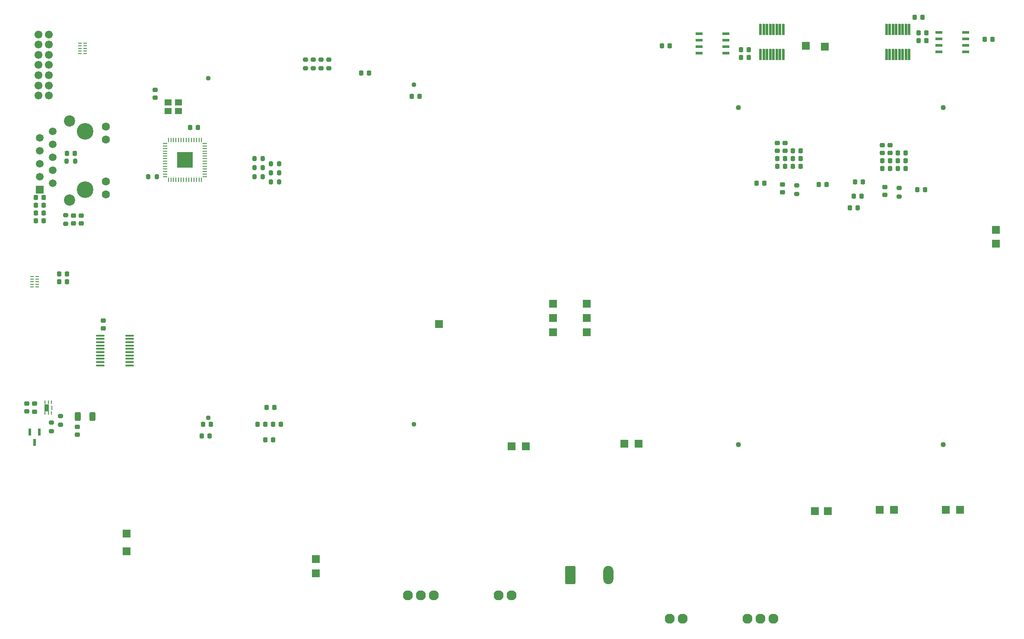
<source format=gbs>
%TF.GenerationSoftware,KiCad,Pcbnew,8.0.5*%
%TF.CreationDate,2025-04-11T15:09:43-05:00*%
%TF.ProjectId,PSEC5_Ctrl_Board,50534543-355f-4437-9472-6c5f426f6172,rev?*%
%TF.SameCoordinates,Original*%
%TF.FileFunction,Soldermask,Bot*%
%TF.FilePolarity,Negative*%
%FSLAX46Y46*%
G04 Gerber Fmt 4.6, Leading zero omitted, Abs format (unit mm)*
G04 Created by KiCad (PCBNEW 8.0.5) date 2025-04-11 15:09:43*
%MOMM*%
%LPD*%
G01*
G04 APERTURE LIST*
G04 Aperture macros list*
%AMRoundRect*
0 Rectangle with rounded corners*
0 $1 Rounding radius*
0 $2 $3 $4 $5 $6 $7 $8 $9 X,Y pos of 4 corners*
0 Add a 4 corners polygon primitive as box body*
4,1,4,$2,$3,$4,$5,$6,$7,$8,$9,$2,$3,0*
0 Add four circle primitives for the rounded corners*
1,1,$1+$1,$2,$3*
1,1,$1+$1,$4,$5*
1,1,$1+$1,$6,$7*
1,1,$1+$1,$8,$9*
0 Add four rect primitives between the rounded corners*
20,1,$1+$1,$2,$3,$4,$5,0*
20,1,$1+$1,$4,$5,$6,$7,0*
20,1,$1+$1,$6,$7,$8,$9,0*
20,1,$1+$1,$8,$9,$2,$3,0*%
G04 Aperture macros list end*
%ADD10R,1.500000X1.500000*%
%ADD11C,1.955800*%
%ADD12C,3.250000*%
%ADD13C,1.500000*%
%ADD14C,1.600000*%
%ADD15C,2.200000*%
%ADD16C,1.549400*%
%ADD17C,0.950000*%
%ADD18C,1.020000*%
%ADD19RoundRect,0.250000X-0.750000X-1.550000X0.750000X-1.550000X0.750000X1.550000X-0.750000X1.550000X0*%
%ADD20O,2.000000X3.600000*%
%ADD21RoundRect,0.200000X0.200000X0.275000X-0.200000X0.275000X-0.200000X-0.275000X0.200000X-0.275000X0*%
%ADD22RoundRect,0.200000X-0.200000X-0.275000X0.200000X-0.275000X0.200000X0.275000X-0.200000X0.275000X0*%
%ADD23RoundRect,0.225000X-0.225000X-0.250000X0.225000X-0.250000X0.225000X0.250000X-0.225000X0.250000X0*%
%ADD24RoundRect,0.225000X-0.250000X0.225000X-0.250000X-0.225000X0.250000X-0.225000X0.250000X0.225000X0*%
%ADD25RoundRect,0.200000X-0.275000X0.200000X-0.275000X-0.200000X0.275000X-0.200000X0.275000X0.200000X0*%
%ADD26RoundRect,0.225000X0.225000X0.250000X-0.225000X0.250000X-0.225000X-0.250000X0.225000X-0.250000X0*%
%ADD27R,1.397000X0.558800*%
%ADD28RoundRect,0.102000X0.177800X-0.990600X0.177800X0.990600X-0.177800X0.990600X-0.177800X-0.990600X0*%
%ADD29RoundRect,0.225000X0.250000X-0.225000X0.250000X0.225000X-0.250000X0.225000X-0.250000X-0.225000X0*%
%ADD30R,0.558800X1.320800*%
%ADD31RoundRect,0.250000X-0.312500X-0.625000X0.312500X-0.625000X0.312500X0.625000X-0.312500X0.625000X0*%
%ADD32RoundRect,0.102000X-0.177800X0.990600X-0.177800X-0.990600X0.177800X-0.990600X0.177800X0.990600X0*%
%ADD33R,0.711200X0.203200*%
%ADD34R,0.203200X0.685800*%
%ADD35R,0.853186X1.397000*%
%ADD36R,0.228600X0.863600*%
%ADD37RoundRect,0.102000X-0.600000X0.500000X-0.600000X-0.500000X0.600000X-0.500000X0.600000X0.500000X0*%
%ADD38R,0.254000X0.812800*%
%ADD39R,0.812800X0.254000*%
%ADD40R,3.098800X3.098800*%
%ADD41O,1.699999X0.349999*%
G04 APERTURE END LIST*
D10*
%TO.C,TP21*%
X123190000Y-151638000D03*
%TD*%
D11*
%TO.C,U16*%
X212852000Y-163322000D03*
X210312000Y-163322000D03*
X207772000Y-163322000D03*
X195072000Y-163322000D03*
X192532000Y-163322000D03*
%TD*%
D12*
%TO.C,T1*%
X77978000Y-79248000D03*
X77978000Y-67818000D03*
D10*
X69088000Y-79248000D03*
D13*
X71628000Y-77978000D03*
X69088000Y-76708000D03*
X71628000Y-75438000D03*
X69088000Y-74168000D03*
X71628000Y-72898000D03*
X69088000Y-71628000D03*
X71628000Y-70358000D03*
X69088000Y-69088000D03*
X71628000Y-67818000D03*
D14*
X82058000Y-80163000D03*
X82058000Y-77623000D03*
X82058000Y-69443000D03*
X82058000Y-66903000D03*
D15*
X74928000Y-81278000D03*
X74928000Y-65788000D03*
%TD*%
D10*
%TO.C,TP33*%
X169672000Y-107188000D03*
%TD*%
%TO.C,TP2*%
X186436000Y-129032000D03*
%TD*%
%TO.C,TP31*%
X169672000Y-101600000D03*
%TD*%
%TO.C,TP32*%
X169672000Y-104394000D03*
%TD*%
%TO.C,TP8*%
X249428000Y-141986000D03*
%TD*%
D16*
%TO.C,J12*%
X68834000Y-48799999D03*
X70834001Y-48799999D03*
X68834000Y-50800000D03*
X70834001Y-50800000D03*
X68834000Y-52799999D03*
X70834001Y-52799999D03*
X68834000Y-54800000D03*
X70834001Y-54800000D03*
X68834000Y-56800001D03*
X70834001Y-56800001D03*
X68834000Y-58799999D03*
X70834001Y-58799999D03*
X68834000Y-60800001D03*
X70834001Y-60800001D03*
%TD*%
D10*
%TO.C,TP4*%
X164338000Y-129540000D03*
%TD*%
%TO.C,TP6*%
X236474000Y-141986000D03*
%TD*%
%TO.C,TP23*%
X86106000Y-146664000D03*
%TD*%
D17*
%TO.C,J10*%
X102108000Y-57404000D03*
X142378000Y-58674000D03*
%TD*%
D10*
%TO.C,TP13*%
X220980000Y-142240000D03*
%TD*%
%TO.C,TP1*%
X183642000Y-129032000D03*
%TD*%
D17*
%TO.C,J5*%
X102108000Y-123924000D03*
X142378000Y-125194000D03*
%TD*%
D10*
%TO.C,TP7*%
X246634000Y-141986000D03*
%TD*%
%TO.C,TP11*%
X147320000Y-105537000D03*
%TD*%
%TO.C,TP30*%
X176276000Y-107188000D03*
%TD*%
%TO.C,TP19*%
X219202000Y-51054000D03*
%TD*%
%TO.C,TP22*%
X123190000Y-154432000D03*
%TD*%
%TO.C,TP10*%
X256413000Y-87122000D03*
%TD*%
%TO.C,TP20*%
X222885000Y-51181000D03*
%TD*%
%TO.C,TP14*%
X223520000Y-142240000D03*
%TD*%
D18*
%TO.C,J2*%
X246093000Y-63122000D03*
X205957000Y-63122000D03*
%TD*%
D10*
%TO.C,TP29*%
X176276000Y-104394000D03*
%TD*%
%TO.C,TP5*%
X233680000Y-141986000D03*
%TD*%
%TO.C,TP24*%
X86106000Y-150114000D03*
%TD*%
D18*
%TO.C,J4*%
X246093000Y-129202000D03*
X205957000Y-129202000D03*
%TD*%
D10*
%TO.C,TP9*%
X256413000Y-89789000D03*
%TD*%
%TO.C,TP12*%
X176276000Y-101600000D03*
%TD*%
D11*
%TO.C,U5*%
X141224000Y-158750000D03*
X143764000Y-158750000D03*
X146304000Y-158750000D03*
X159004000Y-158750000D03*
X161544000Y-158750000D03*
%TD*%
D19*
%TO.C,J1*%
X173034000Y-154718500D03*
D20*
X180534000Y-154718500D03*
%TD*%
D10*
%TO.C,TP3*%
X161544000Y-129540000D03*
%TD*%
D21*
%TO.C,R5*%
X112776000Y-73152000D03*
X111126000Y-73152000D03*
%TD*%
%TO.C,R1*%
X116015000Y-77724000D03*
X114365000Y-77724000D03*
%TD*%
D22*
%TO.C,R84*%
X90361000Y-76708000D03*
X92011000Y-76708000D03*
%TD*%
D23*
%TO.C,C71*%
X141973000Y-60960000D03*
X143523000Y-60960000D03*
%TD*%
D24*
%TO.C,C94*%
X76454000Y-125717000D03*
X76454000Y-127267000D03*
%TD*%
D25*
%TO.C,R75*%
X125730000Y-53785000D03*
X125730000Y-55435000D03*
%TD*%
D26*
%TO.C,C99*%
X230391000Y-77724000D03*
X228841000Y-77724000D03*
%TD*%
D23*
%TO.C,C117*%
X237223000Y-72009000D03*
X238773000Y-72009000D03*
%TD*%
%TO.C,C83*%
X113525000Y-121920000D03*
X115075000Y-121920000D03*
%TD*%
D27*
%TO.C,U8*%
X250558300Y-48387000D03*
X250558300Y-49657000D03*
X250558300Y-50927000D03*
X250558300Y-52197000D03*
X245249700Y-52197000D03*
X245249700Y-50927000D03*
X245249700Y-49657000D03*
X245249700Y-48387000D03*
%TD*%
D24*
%TO.C,C60*%
X91694000Y-59677000D03*
X91694000Y-61227000D03*
%TD*%
D26*
%TO.C,C32*%
X242837000Y-48514000D03*
X241287000Y-48514000D03*
%TD*%
D21*
%TO.C,R7*%
X112776000Y-76708000D03*
X111126000Y-76708000D03*
%TD*%
D26*
%TO.C,C101*%
X229375000Y-82804000D03*
X227825000Y-82804000D03*
%TD*%
D28*
%TO.C,U4*%
X239458500Y-52755800D03*
X238823500Y-52755800D03*
X238188500Y-52755800D03*
X237553500Y-52755800D03*
X236918500Y-52755800D03*
X236283500Y-52755800D03*
X235648500Y-52755800D03*
X235013500Y-52755800D03*
X235013500Y-47828200D03*
X235648500Y-47828200D03*
X236283500Y-47828200D03*
X236918500Y-47828200D03*
X237553500Y-47828200D03*
X238188500Y-47828200D03*
X238823500Y-47828200D03*
X239458500Y-47828200D03*
%TD*%
D26*
%TO.C,C155*%
X100089000Y-67056000D03*
X98539000Y-67056000D03*
%TD*%
D21*
%TO.C,R3*%
X116015000Y-75946000D03*
X114365000Y-75946000D03*
%TD*%
D25*
%TO.C,R70*%
X121158000Y-53785000D03*
X121158000Y-55435000D03*
%TD*%
%TO.C,R58*%
X73152000Y-123635000D03*
X73152000Y-125285000D03*
%TD*%
D26*
%TO.C,C53*%
X69863000Y-85344000D03*
X68313000Y-85344000D03*
%TD*%
D29*
%TO.C,C38*%
X215138000Y-71641000D03*
X215138000Y-70091000D03*
%TD*%
D23*
%TO.C,C90*%
X206489000Y-51816000D03*
X208039000Y-51816000D03*
%TD*%
%TO.C,C69*%
X72898000Y-97282000D03*
X74448000Y-97282000D03*
%TD*%
D30*
%TO.C,Q4*%
X67121999Y-126746000D03*
X69022001Y-126746000D03*
X68072000Y-128778000D03*
%TD*%
D24*
%TO.C,C114*%
X214630000Y-78219000D03*
X214630000Y-79769000D03*
%TD*%
%TO.C,C82*%
X68072000Y-121158000D03*
X68072000Y-122708000D03*
%TD*%
D25*
%TO.C,L5*%
X74168000Y-84265000D03*
X74168000Y-85915000D03*
%TD*%
D23*
%TO.C,C116*%
X216662000Y-71628000D03*
X218212000Y-71628000D03*
%TD*%
D31*
%TO.C,FB2*%
X76515500Y-123698000D03*
X79440500Y-123698000D03*
%TD*%
D26*
%TO.C,C55*%
X69863000Y-82296000D03*
X68313000Y-82296000D03*
%TD*%
%TO.C,C29*%
X192532300Y-51054000D03*
X190982300Y-51054000D03*
%TD*%
D23*
%TO.C,C78*%
X216662000Y-74676000D03*
X218212000Y-74676000D03*
%TD*%
D25*
%TO.C,R66*%
X71374000Y-124905000D03*
X71374000Y-126555000D03*
%TD*%
D23*
%TO.C,C30*%
X206489000Y-53340000D03*
X208039000Y-53340000D03*
%TD*%
D26*
%TO.C,C84*%
X116345000Y-125222000D03*
X114795000Y-125222000D03*
%TD*%
D29*
%TO.C,C37*%
X213614000Y-71641000D03*
X213614000Y-70091000D03*
%TD*%
%TO.C,C64*%
X75692000Y-85865000D03*
X75692000Y-84315000D03*
%TD*%
D23*
%TO.C,C75*%
X237223000Y-73533000D03*
X238773000Y-73533000D03*
%TD*%
D26*
%TO.C,C89*%
X242837000Y-50038000D03*
X241287000Y-50038000D03*
%TD*%
D23*
%TO.C,C36*%
X234175000Y-75057000D03*
X235725000Y-75057000D03*
%TD*%
%TO.C,C107*%
X72898000Y-95758000D03*
X74448000Y-95758000D03*
%TD*%
D26*
%TO.C,C86*%
X113297000Y-125222000D03*
X111747000Y-125222000D03*
%TD*%
%TO.C,C100*%
X230137000Y-80518000D03*
X228587000Y-80518000D03*
%TD*%
%TO.C,C112*%
X211087000Y-77978000D03*
X209537000Y-77978000D03*
%TD*%
D32*
%TO.C,U2*%
X210312000Y-47828200D03*
X210947000Y-47828200D03*
X211582000Y-47828200D03*
X212217000Y-47828200D03*
X212852000Y-47828200D03*
X213487000Y-47828200D03*
X214122000Y-47828200D03*
X214757000Y-47828200D03*
X214757000Y-52755800D03*
X214122000Y-52755800D03*
X213487000Y-52755800D03*
X212852000Y-52755800D03*
X212217000Y-52755800D03*
X211582000Y-52755800D03*
X210947000Y-52755800D03*
X210312000Y-52755800D03*
%TD*%
D25*
%TO.C,R73*%
X124206000Y-53785000D03*
X124206000Y-55435000D03*
%TD*%
D26*
%TO.C,C56*%
X69863000Y-80772000D03*
X68313000Y-80772000D03*
%TD*%
D23*
%TO.C,C57*%
X74396000Y-72136000D03*
X75946000Y-72136000D03*
%TD*%
D24*
%TO.C,C41*%
X234696000Y-78727000D03*
X234696000Y-80277000D03*
%TD*%
D23*
%TO.C,C35*%
X234175000Y-73533000D03*
X235725000Y-73533000D03*
%TD*%
D26*
%TO.C,C85*%
X102629000Y-125222000D03*
X101079000Y-125222000D03*
%TD*%
%TO.C,C87*%
X114821000Y-128270000D03*
X113271000Y-128270000D03*
%TD*%
D25*
%TO.C,R57*%
X237490000Y-78931000D03*
X237490000Y-80581000D03*
%TD*%
D26*
%TO.C,C88*%
X102375000Y-127508000D03*
X100825000Y-127508000D03*
%TD*%
D23*
%TO.C,C40*%
X213601000Y-74676000D03*
X215151000Y-74676000D03*
%TD*%
%TO.C,C113*%
X221729000Y-78232000D03*
X223279000Y-78232000D03*
%TD*%
D26*
%TO.C,C70*%
X133617000Y-56388000D03*
X132067000Y-56388000D03*
%TD*%
D23*
%TO.C,C24*%
X241033000Y-79248000D03*
X242583000Y-79248000D03*
%TD*%
D33*
%TO.C,U10*%
X68567300Y-96281999D03*
X68567300Y-96782001D03*
X68567300Y-97282000D03*
X68567300Y-97781999D03*
X68567300Y-98282001D03*
X67576700Y-98282001D03*
X67576700Y-97781999D03*
X67576700Y-97282000D03*
X67576700Y-96782001D03*
X67576700Y-96281999D03*
%TD*%
D23*
%TO.C,C79*%
X216662000Y-73152000D03*
X218212000Y-73152000D03*
%TD*%
D25*
%TO.C,R56*%
X217424000Y-78423000D03*
X217424000Y-80073000D03*
%TD*%
D23*
%TO.C,C73*%
X237223000Y-75057000D03*
X238773000Y-75057000D03*
%TD*%
%TO.C,C91*%
X240525000Y-45466000D03*
X242075000Y-45466000D03*
%TD*%
D21*
%TO.C,R6*%
X112776000Y-74930000D03*
X111126000Y-74930000D03*
%TD*%
D29*
%TO.C,C33*%
X234188000Y-72022000D03*
X234188000Y-70472000D03*
%TD*%
D24*
%TO.C,C95*%
X66548000Y-121145000D03*
X66548000Y-122695000D03*
%TD*%
D33*
%TO.C,U3*%
X77965300Y-50561999D03*
X77965300Y-51062001D03*
X77965300Y-51562000D03*
X77965300Y-52061999D03*
X77965300Y-52562001D03*
X76974700Y-52562001D03*
X76974700Y-52061999D03*
X76974700Y-51562000D03*
X76974700Y-51062001D03*
X76974700Y-50561999D03*
%TD*%
D24*
%TO.C,C43*%
X81534000Y-104889000D03*
X81534000Y-106439000D03*
%TD*%
D21*
%TO.C,R4*%
X116015000Y-74168000D03*
X114365000Y-74168000D03*
%TD*%
D29*
%TO.C,C34*%
X235712000Y-72035000D03*
X235712000Y-70485000D03*
%TD*%
D26*
%TO.C,C54*%
X69863000Y-83820000D03*
X68313000Y-83820000D03*
%TD*%
D27*
%TO.C,U7*%
X198247000Y-52451000D03*
X198247000Y-51181000D03*
X198247000Y-49911000D03*
X198247000Y-48641000D03*
X203555600Y-48641000D03*
X203555600Y-49911000D03*
X203555600Y-51181000D03*
X203555600Y-52451000D03*
%TD*%
D34*
%TO.C,U14*%
X70104000Y-122986800D03*
X70753986Y-122986800D03*
D35*
X70428993Y-121945400D03*
D34*
X70104000Y-120904000D03*
X70753986Y-120904000D03*
X71403972Y-122986800D03*
X71403972Y-120904000D03*
D36*
X71417986Y-121945400D03*
%TD*%
D37*
%TO.C,Y3*%
X94200000Y-62167000D03*
X96300000Y-62167000D03*
X96300000Y-63817000D03*
X94200000Y-63817000D03*
%TD*%
D38*
%TO.C,U1*%
X100786001Y-77304900D03*
X100286000Y-77304900D03*
X99786001Y-77304900D03*
X99285999Y-77304900D03*
X98786000Y-77304900D03*
X98286001Y-77304900D03*
X97786000Y-77304900D03*
X97286000Y-77304900D03*
X96785999Y-77304900D03*
X96286000Y-77304900D03*
X95786001Y-77304900D03*
X95285999Y-77304900D03*
X94786000Y-77304900D03*
X94285999Y-77304900D03*
D39*
X93637100Y-76656001D03*
X93637100Y-76156000D03*
X93637100Y-75656001D03*
X93637100Y-75155999D03*
X93637100Y-74656000D03*
X93637100Y-74156001D03*
X93637100Y-73656000D03*
X93637100Y-73156000D03*
X93637100Y-72655999D03*
X93637100Y-72156000D03*
X93637100Y-71656001D03*
X93637100Y-71155999D03*
X93637100Y-70656000D03*
X93637100Y-70155999D03*
D38*
X94285999Y-69507100D03*
X94786000Y-69507100D03*
X95285999Y-69507100D03*
X95786001Y-69507100D03*
X96286000Y-69507100D03*
X96785999Y-69507100D03*
X97286000Y-69507100D03*
X97786000Y-69507100D03*
X98286001Y-69507100D03*
X98786000Y-69507100D03*
X99285999Y-69507100D03*
X99786001Y-69507100D03*
X100286000Y-69507100D03*
X100786001Y-69507100D03*
D39*
X101434900Y-70155999D03*
X101434900Y-70656000D03*
X101434900Y-71155999D03*
X101434900Y-71656001D03*
X101434900Y-72156000D03*
X101434900Y-72655999D03*
X101434900Y-73156000D03*
X101434900Y-73656000D03*
X101434900Y-74156001D03*
X101434900Y-74656000D03*
X101434900Y-75155999D03*
X101434900Y-75656001D03*
X101434900Y-76156000D03*
X101434900Y-76656001D03*
D40*
X97536000Y-73406000D03*
%TD*%
D41*
%TO.C,U6*%
X86669999Y-107819000D03*
X86669999Y-108469001D03*
X86669999Y-109118999D03*
X86669999Y-109769001D03*
X86669999Y-110418999D03*
X86669999Y-111069001D03*
X86669999Y-111718999D03*
X86669999Y-112369001D03*
X86669999Y-113018999D03*
X86669999Y-113669000D03*
X80970001Y-113669000D03*
X80970001Y-113018999D03*
X80970001Y-112369001D03*
X80970001Y-111718999D03*
X80970001Y-111069001D03*
X80970001Y-110418999D03*
X80970001Y-109769001D03*
X80970001Y-109118999D03*
X80970001Y-108469001D03*
X80970001Y-107819000D03*
%TD*%
D23*
%TO.C,C39*%
X213601000Y-73152000D03*
X215151000Y-73152000D03*
%TD*%
D25*
%TO.C,R71*%
X122682000Y-53785000D03*
X122682000Y-55435000D03*
%TD*%
D29*
%TO.C,C62*%
X77216000Y-85865000D03*
X77216000Y-84315000D03*
%TD*%
D22*
%TO.C,R100*%
X74346000Y-73660000D03*
X75996000Y-73660000D03*
%TD*%
D23*
%TO.C,C31*%
X254241000Y-49784000D03*
X255791000Y-49784000D03*
%TD*%
M02*

</source>
